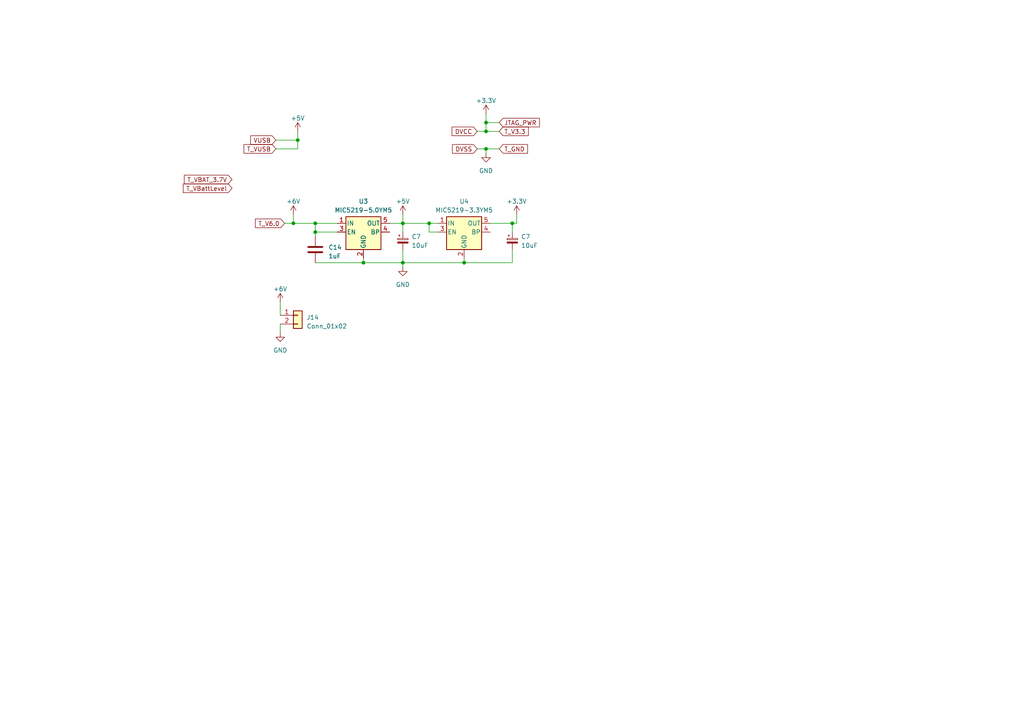
<source format=kicad_sch>
(kicad_sch (version 20230121) (generator eeschema)
  (paper "A4")
  (title_block (rev "1.0") (comment 1 "By Thimira Asurapmudalige"))
  (lib_symbols
    (symbol "Connector_Generic:Conn_01x02" (pin_names (offset 1.016) hide)
      (property "Reference" "J" (at 0 2.54 0))
      (property "Value" "Conn_01x02" (at 0 -5.08 0))
      (symbol "Conn_01x02_1_1"
        (rectangle (start -1.27 -2.413) (end 0 -2.667) (stroke (width 0.1524)))
        (rectangle (start -1.27 0.127) (end 0 -0.127) (stroke (width 0.1524)))
        (rectangle (start -1.27 1.27) (end 1.27 -3.81) (stroke (width 0.254)) (fill (type background)))
        (pin passive line (at -5.08 0 0) (length 3.81) (name "Pin_1") (number "1"))
        (pin passive line (at -5.08 -2.54 0) (length 3.81) (name "Pin_2") (number "2"))
      )
    )
    (symbol "Device:C" (pin_numbers hide) (pin_names (offset 0.254))
      (property "Reference" "C" (at 0.635 2.54 0))
      (property "Value" "C" (at 0.635 -2.54 0))
      (symbol "C_0_1"
        (polyline (pts (xy -2.032 -0.762) (xy 2.032 -0.762)) (stroke (width 0.508)))
        (polyline (pts (xy -2.032 0.762) (xy 2.032 0.762)) (stroke (width 0.508)))
      )
      (symbol "C_1_1"
        (pin passive line (at 0 3.81 270) (length 2.794) (name "~") (number "1"))
        (pin passive line (at 0 -3.81 90) (length 2.794) (name "~") (number "2"))
      )
    )
    (symbol "Device:C_Polarized_Small" (pin_numbers hide) (pin_names (offset 0.254) hide)
      (property "Reference" "C7" (at 2.54 1.1811 0))
      (property "Value" "10uF" (at 2.54 -1.3589 0))
      (symbol "C_Polarized_Small_0_1"
        (rectangle (start -1.524 -0.3048) (end 1.524 -0.6858) (fill (type outline)))
        (rectangle (start -1.524 0.6858) (end 1.524 0.3048))
        (polyline (pts (xy -1.27 1.524) (xy -0.762 1.524)))
        (polyline (pts (xy -1.016 1.27) (xy -1.016 1.778)))
      )
      (symbol "C_Polarized_Small_1_1"
        (pin passive line (at 0 2.54 270) (length 1.8542) (name "1") (number "1"))
        (pin passive line (at 0 -2.54 90) (length 1.8542) (name "2") (number "2"))
      )
    )
    (symbol "Regulator_Linear:MIC5219-3.3YM5" (pin_names (offset 0.254))
      (property "Reference" "U" (at -3.81 5.715 0))
      (property "Value" "MIC5219-3.3YM5" (at 0 5.715 0))
      (symbol "MIC5219-3.3YM5_0_1"
        (rectangle (start -5.08 4.445) (end 5.08 -5.08) (stroke (width 0.254)) (fill (type background)))
      )
      (symbol "MIC5219-3.3YM5_1_1"
        (pin power_in line (at -7.62 2.54 0) (length 2.54) (name "IN") (number "1"))
        (pin power_in line (at 0 -7.62 90) (length 2.54) (name "GND") (number "2"))
        (pin input line (at -7.62 0 0) (length 2.54) (name "EN") (number "3"))
        (pin input line (at 7.62 0 180) (length 2.54) (name "BP") (number "4"))
        (pin power_out line (at 7.62 2.54 180) (length 2.54) (name "OUT") (number "5"))
      )
    )
    (symbol "Regulator_Linear:MIC5219-5.0YM5" (pin_names (offset 0.254))
      (property "Reference" "U" (at -3.81 5.715 0))
      (property "Value" "MIC5219-5.0YM5" (at 0 5.715 0))
      (symbol "MIC5219-5.0YM5_0_1"
        (rectangle (start -5.08 4.445) (end 5.08 -5.08) (stroke (width 0.254)) (fill (type background)))
      )
      (symbol "MIC5219-5.0YM5_1_1"
        (pin power_in line (at -7.62 2.54 0) (length 2.54) (name "IN") (number "1"))
        (pin power_in line (at 0 -7.62 90) (length 2.54) (name "GND") (number "2"))
        (pin input line (at -7.62 0 0) (length 2.54) (name "EN") (number "3"))
        (pin input line (at 7.62 0 180) (length 2.54) (name "BP") (number "4"))
        (pin power_out line (at 7.62 2.54 180) (length 2.54) (name "OUT") (number "5"))
      )
    )
    (symbol "power:+3.3V" (power) (pin_names (offset 0))
      (property "Value" "+3.3V" (at 0 3.556 0))
      (symbol "+3.3V_0_1"
        (polyline (pts (xy -0.762 1.27) (xy 0 2.54)))
        (polyline (pts (xy 0 0) (xy 0 2.54)))
        (polyline (pts (xy 0 2.54) (xy 0.762 1.27)))
      )
      (symbol "+3.3V_1_1"
        (pin power_in line (at 0 0 90) (length 0) hide (name "+3.3V") (number "1"))
      )
    )
    (symbol "power:+5V" (power) (pin_names (offset 0))
      (property "Value" "+5V" (at 0 3.556 0))
      (symbol "+5V_0_1"
        (polyline (pts (xy -0.762 1.27) (xy 0 2.54)))
        (polyline (pts (xy 0 0) (xy 0 2.54)))
        (polyline (pts (xy 0 2.54) (xy 0.762 1.27)))
      )
      (symbol "+5V_1_1"
        (pin power_in line (at 0 0 90) (length 0) hide (name "+5V") (number "1"))
      )
    )
    (symbol "power:+6V" (power) (pin_names (offset 0))
      (property "Value" "+6V" (at 0 3.556 0))
      (symbol "+6V_0_1"
        (polyline (pts (xy -0.762 1.27) (xy 0 2.54)))
        (polyline (pts (xy 0 0) (xy 0 2.54)))
        (polyline (pts (xy 0 2.54) (xy 0.762 1.27)))
      )
      (symbol "+6V_1_1"
        (pin power_in line (at 0 0 90) (length 0) hide (name "+6V") (number "1"))
      )
    )
    (symbol "power:GND" (power) (pin_names (offset 0))
      (property "Value" "GND" (at 0 -3.81 0))
      (symbol "GND_0_1"
        (polyline (pts (xy 0 0) (xy 0 -1.27) (xy 1.27 -1.27) (xy 0 -2.54) (xy -1.27 -1.27) (xy 0 -1.27)))
      )
      (symbol "GND_1_1"
        (pin power_in line (at 0 0 270) (length 0) hide (name "GND") (number "1"))
      )
    )
  )
  (junction (at 91.44 67.31))
  (junction (at 105.41 76.2))
  (junction (at 124.46 64.77))
  (junction (at 86.36 40.64))
  (junction (at 140.97 38.1))
  (junction (at 140.97 43.18))
  (junction (at 85.09 64.77))
  (junction (at 91.44 64.77))
  (junction (at 116.84 76.2))
  (junction (at 116.84 64.77))
  (junction (at 134.62 76.2))
  (junction (at 148.59 64.77))
  (junction (at 140.97 35.56))
  (wire (pts (xy 134.62 74.93) (xy 134.62 76.2)))
  (wire (pts (xy 116.84 67.31) (xy 116.84 64.77)))
  (wire (pts (xy 124.46 67.31) (xy 124.46 64.77)))
  (wire (pts (xy 116.84 77.47) (xy 116.84 76.2)))
  (wire (pts (xy 138.43 38.1) (xy 140.97 38.1)))
  (wire (pts (xy 116.84 72.39) (xy 116.84 76.2)))
  (wire (pts (xy 85.09 64.77) (xy 91.44 64.77)))
  (wire (pts (xy 91.44 67.31) (xy 91.44 68.58)))
  (wire (pts (xy 116.84 62.23) (xy 116.84 64.77)))
  (wire (pts (xy 140.97 43.18) (xy 144.78 43.18)))
  (wire (pts (xy 140.97 38.1) (xy 144.78 38.1)))
  (wire (pts (xy 116.84 76.2) (xy 134.62 76.2)))
  (wire (pts (xy 91.44 76.2) (xy 105.41 76.2)))
  (wire (pts (xy 140.97 33.02) (xy 140.97 35.56)))
  (wire (pts (xy 80.01 43.18) (xy 86.36 43.18)))
  (wire (pts (xy 85.09 64.77) (xy 85.09 62.23)))
  (wire (pts (xy 140.97 43.18) (xy 138.43 43.18)))
  (wire (pts (xy 140.97 35.56) (xy 140.97 38.1)))
  (wire (pts (xy 81.28 87.63) (xy 81.28 91.44)))
  (wire (pts (xy 149.86 64.77) (xy 149.86 62.23)))
  (wire (pts (xy 144.78 35.56) (xy 140.97 35.56)))
  (wire (pts (xy 148.59 76.2) (xy 134.62 76.2)))
  (wire (pts (xy 113.03 64.77) (xy 116.84 64.77)))
  (wire (pts (xy 105.41 76.2) (xy 105.41 74.93)))
  (wire (pts (xy 148.59 64.77) (xy 149.86 64.77)))
  (wire (pts (xy 82.55 64.77) (xy 85.09 64.77)))
  (wire (pts (xy 148.59 72.39) (xy 148.59 76.2)))
  (wire (pts (xy 80.01 40.64) (xy 86.36 40.64)))
  (wire (pts (xy 148.59 67.31) (xy 148.59 64.77)))
  (wire (pts (xy 116.84 76.2) (xy 105.41 76.2)))
  (wire (pts (xy 86.36 43.18) (xy 86.36 40.64)))
  (wire (pts (xy 91.44 67.31) (xy 91.44 64.77)))
  (wire (pts (xy 97.79 67.31) (xy 91.44 67.31)))
  (wire (pts (xy 116.84 64.77) (xy 124.46 64.77)))
  (wire (pts (xy 127 67.31) (xy 124.46 67.31)))
  (wire (pts (xy 124.46 64.77) (xy 127 64.77)))
  (wire (pts (xy 86.36 40.64) (xy 86.36 38.1)))
  (wire (pts (xy 91.44 64.77) (xy 97.79 64.77)))
  (wire (pts (xy 81.28 96.52) (xy 81.28 93.98)))
  (wire (pts (xy 140.97 44.45) (xy 140.97 43.18)))
  (wire (pts (xy 142.24 64.77) (xy 148.59 64.77)))
  (global_label "T_V6.0" (shape input) (at 82.55 64.77 180) (property "Intersheetrefs" "${INTERSHEET_REFS}" (effects hide)))
  (global_label "T_VBAT_3.7V" (shape input) (at 67.31 52.07 180) (property "Intersheetrefs" "${INTERSHEET_REFS}" (effects hide)))
  (global_label "VUSB" (shape input) (at 80.01 40.64 180) (property "Intersheetrefs" "${INTERSHEET_REFS}" (effects hide)))
  (global_label "T_V3.3" (shape input) (at 144.78 38.1 0) (property "Intersheetrefs" "${INTERSHEET_REFS}" (effects hide)))
  (global_label "JTAG_PWR" (shape input) (at 144.78 35.56 0) (property "Intersheetrefs" "${INTERSHEET_REFS}" (effects hide)))
  (global_label "T_GND" (shape input) (at 144.78 43.18 0) (property "Intersheetrefs" "${INTERSHEET_REFS}" (effects hide)))
  (global_label "T_VUSB" (shape input) (at 80.01 43.18 180) (property "Intersheetrefs" "${INTERSHEET_REFS}" (effects hide)))
  (global_label "DVCC" (shape input) (at 138.43 38.1 180) (property "Intersheetrefs" "${INTERSHEET_REFS}" (effects hide)))
  (global_label "DVSS" (shape input) (at 138.43 43.18 180) (property "Intersheetrefs" "${INTERSHEET_REFS}" (effects hide)))
  (global_label "T_VBattLevel" (shape input) (at 67.31 54.61 180) (property "Intersheetrefs" "${INTERSHEET_REFS}" (effects hide)))
  (symbol (lib_id "power:+3.3V") (at 140.97 33.02 0) (unit 1)
    (property "Reference" "#PWR07" (effects hide))
    (property "Value" "+3.3V" (at 140.97 29.21 0))
  )
  (symbol (lib_id "Regulator_Linear:MIC5219-5.0YM5") (at 105.41 67.31 0) (unit 1)
    (property "Reference" "U3" (at 105.41 58.42 0))
    (property "Value" "MIC5219-5.0YM5" (at 105.41 60.96 0))
    (property "Footprint" "Package_TO_SOT_SMD:SOT-23-5" (effects hide))
    (property "Datasheet" "http://ww1.microchip.com/downloads/en/DeviceDoc/MIC5219-500mA-Peak-Output-LDO-Regulator-DS20006021A.pdf" (effects hide))
  )
  (symbol (lib_id "power:GND") (at 116.84 77.47 0) (unit 1)
    (property "Reference" "#PWR030" (effects hide))
    (property "Value" "GND" (at 116.84 82.55 0))
    (instances (project "MSP430" (path "" (reference "#PWR030") (unit 1)) (path "" (reference "#PWR013") (unit 1))))
  )
  (symbol (lib_id "Device:C_Polarized_Small") (at 148.59 69.85 0) (unit 1)
    (property "Reference" "C7" (at 151.13 68.6689 0) (effects (justify left)))
    (property "Value" "10uF" (at 151.13 71.2089 0) (effects (justify left)))
    (property "Footprint" "Cap_10uF_elec:RESC3216X125N" (effects hide))
    (instances (project "MSP430" (path "" (reference "C7") (unit 1)) (path "" (reference "C15") (unit 1))))
  )
  (symbol (lib_id "power:+3.3V") (at 149.86 62.23 0) (unit 1)
    (property "Reference" "#PWR07" (effects hide))
    (property "Value" "+3.3V" (at 149.86 58.42 0))
    (instances (project "MSP430" (path "" (reference "#PWR07") (unit 1)) (path "" (reference "#PWR015") (unit 1))))
  )
  (symbol (lib_id "power:GND") (at 140.97 44.45 0) (unit 1)
    (property "Reference" "#PWR08" (effects hide))
    (property "Value" "GND" (at 140.97 49.53 0))
  )
  (symbol (lib_id "Regulator_Linear:MIC5219-3.3YM5") (at 134.62 67.31 0) (unit 1)
    (property "Reference" "U4" (at 134.62 58.42 0))
    (property "Value" "MIC5219-3.3YM5" (at 134.62 60.96 0))
    (property "Footprint" "Package_TO_SOT_SMD:SOT-23-5" (effects hide))
    (property "Datasheet" "http://ww1.microchip.com/downloads/en/DeviceDoc/MIC5219-500mA-Peak-Output-LDO-Regulator-DS20006021A.pdf" (effects hide))
  )
  (symbol (lib_id "Device:C_Polarized_Small") (at 116.84 69.85 0) (unit 1)
    (property "Reference" "C7" (at 119.38 68.6689 0) (effects (justify left)))
    (property "Value" "10uF" (at 119.38 71.2089 0) (effects (justify left)))
    (property "Footprint" "Cap_10uF_elec:RESC3216X125N" (effects hide))
    (instances (project "MSP430" (path "" (reference "C7") (unit 1)) (path "" (reference "C14") (unit 1))))
  )
  (symbol (lib_id "power:+5V") (at 86.36 38.1 0) (unit 1)
    (property "Reference" "#PWR030" (effects hide))
    (property "Value" "+5V" (at 86.36 34.29 0))
  )
  (symbol (lib_id "power:+5V") (at 116.84 62.23 0) (unit 1)
    (property "Reference" "#PWR012" (effects hide))
    (property "Value" "+5V" (at 116.84 58.42 0))
  )
  (symbol (lib_id "Device:C") (at 91.44 72.39 0) (unit 1)
    (property "Reference" "C14" (at 95.25 71.755 0) (effects (justify left)))
    (property "Value" "1uF" (at 95.25 74.295 0) (effects (justify left)))
    (property "Footprint" "Capacitor_SMD:C_0603_1608Metric" (effects hide))
    (instances (project "MSP430" (path "" (reference "C14") (unit 1)) (path "" (reference "C13") (unit 1))))
  )
  (symbol (lib_id "power:+6V") (at 81.28 87.63 0) (mirror y) (unit 1)
    (property "Reference" "#PWR015" (effects hide))
    (property "Value" "+6V" (at 81.28 83.82 0))
    (instances (project "MSP430" (path "" (reference "#PWR015") (unit 1)) (path "" (reference "#PWR015") (unit 1)) (path "" (reference "#PWR027") (unit 1))))
  )
  (symbol (lib_id "Connector_Generic:Conn_01x02") (at 86.36 91.44 0) (unit 1)
    (property "Reference" "J14" (at 88.9 92.075 0) (effects (justify left)))
    (property "Value" "Conn_01x02" (at 88.9 94.615 0) (effects (justify left)))
    (property "Footprint" "Connector_PinHeader_2.54mm:PinHeader_1x02_P2.54mm_Vertical" (effects hide))
  )
  (symbol (lib_id "power:GND") (at 81.28 96.52 0) (unit 1)
    (property "Reference" "#PWR030" (effects hide))
    (property "Value" "GND" (at 81.28 101.6 0))
    (instances (project "MSP430" (path "" (reference "#PWR030") (unit 1)) (path "" (reference "#PWR028") (unit 1))))
  )
  (symbol (lib_id "power:+6V") (at 85.09 62.23 0) (mirror y) (unit 1)
    (property "Reference" "#PWR015" (effects hide))
    (property "Value" "+6V" (at 85.09 58.42 0))
    (instances (project "MSP430" (path "" (reference "#PWR015") (unit 1)) (path "" (reference "#PWR015") (unit 1)) (path "" (reference "#PWR01") (unit 1))))
  )
)
</source>
